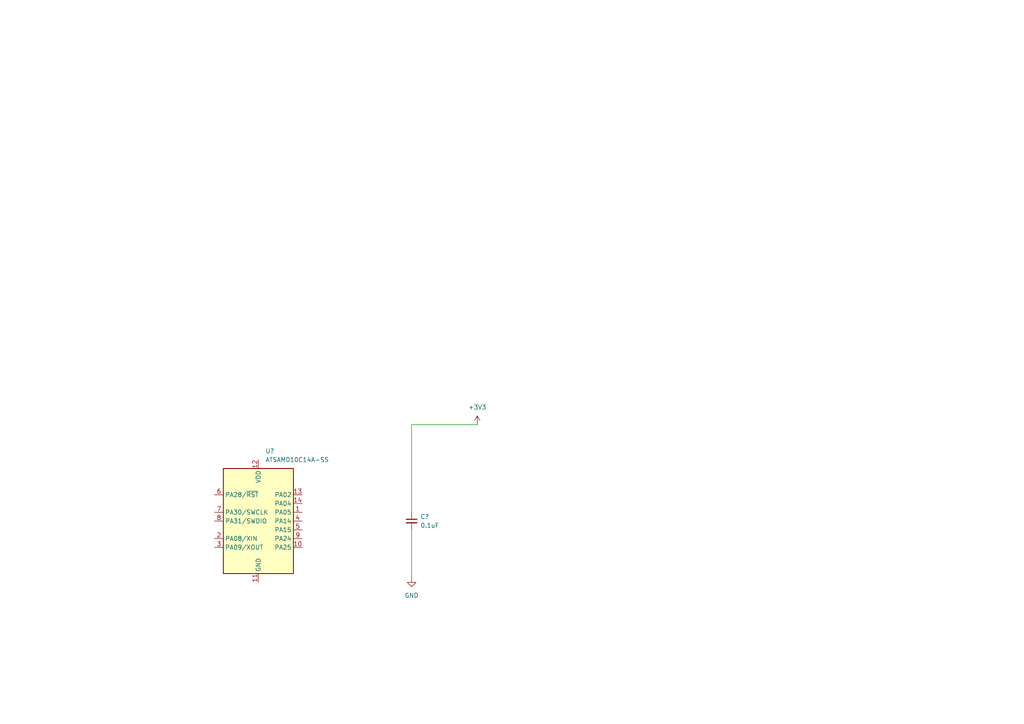
<source format=kicad_sch>
(kicad_sch (version 20211123) (generator eeschema)
  (paper "A4")
  (lib_symbols
    (symbol "Device:C_Small" (pin_numbers hide) (pin_names (offset 0.254) hide)
      (property "Reference" "C" (at 0.254 1.778 0))
      (property "Value" "C_Small" (at 0.254 -2.032 0))
      (symbol "C_Small_0_1"
        (polyline (pts (xy -1.524 -0.508) (xy 1.524 -0.508)) (stroke (width 0.3302)))
        (polyline (pts (xy -1.524 0.508) (xy 1.524 0.508)) (stroke (width 0.3048)))
      )
      (symbol "C_Small_1_1"
        (pin passive line (at 0 2.54 270) (length 2.032) (name "~") (number "1"))
        (pin passive line (at 0 -2.54 90) (length 2.032) (name "~") (number "2"))
      )
    )
    (symbol "MCU_Microchip_SAMD:ATSAMD10C14A-SS"
      (property "Reference" "U" (at -10.16 16.51 0))
      (property "Value" "ATSAMD10C14A-SS" (at 1.27 16.51 0))
      (symbol "ATSAMD10C14A-SS_0_1"
        (rectangle (start -10.16 15.24) (end 10.16 -15.24) (stroke (width 0.254)) (fill (type background)))
      )
      (symbol "ATSAMD10C14A-SS_1_1"
        (pin bidirectional line (at 12.7 2.54 180) (length 2.54) (name "PA05") (number "1"))
        (pin bidirectional line (at 12.7 -7.62 180) (length 2.54) (name "PA25") (number "10"))
        (pin power_in line (at 0 -17.78 90) (length 2.54) (name "GND") (number "11"))
        (pin power_in line (at 0 17.78 270) (length 2.54) (name "VDD") (number "12"))
        (pin bidirectional line (at 12.7 7.62 180) (length 2.54) (name "PA02") (number "13"))
        (pin bidirectional line (at 12.7 5.08 180) (length 2.54) (name "PA04") (number "14"))
        (pin bidirectional line (at -12.7 -5.08 0) (length 2.54) (name "PA08/XIN") (number "2"))
        (pin bidirectional line (at -12.7 -7.62 0) (length 2.54) (name "PA09/XOUT") (number "3"))
        (pin bidirectional line (at 12.7 0 180) (length 2.54) (name "PA14") (number "4"))
        (pin bidirectional line (at 12.7 -2.54 180) (length 2.54) (name "PA15") (number "5"))
        (pin bidirectional line (at -12.7 7.62 0) (length 2.54) (name "PA28/~{RST}") (number "6"))
        (pin bidirectional line (at -12.7 2.54 0) (length 2.54) (name "PA30/SWCLK") (number "7"))
        (pin bidirectional line (at -12.7 0 0) (length 2.54) (name "PA31/SWDIO") (number "8"))
        (pin bidirectional line (at 12.7 -5.08 180) (length 2.54) (name "PA24") (number "9"))
      )
    )
    (symbol "power:+3V3" (power) (pin_names (offset 0))
      (property "Value" "+3V3" (at 0 3.556 0))
      (symbol "+3V3_0_1"
        (polyline (pts (xy -0.762 1.27) (xy 0 2.54)))
        (polyline (pts (xy 0 0) (xy 0 2.54)))
        (polyline (pts (xy 0 2.54) (xy 0.762 1.27)))
      )
      (symbol "+3V3_1_1"
        (pin power_in line (at 0 0 90) (length 0) hide (name "+3V3") (number "1"))
      )
    )
    (symbol "power:GND" (power) (pin_names (offset 0))
      (property "Value" "GND" (at 0 -3.81 0))
      (symbol "GND_0_1"
        (polyline (pts (xy 0 0) (xy 0 -1.27) (xy 1.27 -1.27) (xy 0 -2.54) (xy -1.27 -1.27) (xy 0 -1.27)))
      )
      (symbol "GND_1_1"
        (pin power_in line (at 0 0 270) (length 0) hide (name "GND") (number "1"))
      )
    )
  )
  (wire (pts (xy 119.38 167.64) (xy 119.38 153.67)))
  (wire (pts (xy 138.43 123.19) (xy 119.38 123.19)))
  (wire (pts (xy 119.38 123.19) (xy 119.38 148.59)))
  (symbol (lib_id "Device:C_Small") (at 119.38 151.13 0) (unit 1)
    (property "Reference" "C?" (at 121.92 149.8662 0) (effects (justify left)))
    (property "Value" "0.1uF" (at 121.92 152.4062 0) (effects (justify left)))
  )
  (symbol (lib_id "power:GND") (at 119.38 167.64 0) (unit 1)
    (property "Reference" "#PWR?" (effects hide))
    (property "Value" "GND" (at 119.38 172.72 0))
  )
  (symbol (lib_id "power:+3V3") (at 138.43 123.19 0) (unit 1)
    (property "Reference" "#PWR?" (effects hide))
    (property "Value" "+3V3" (at 138.43 118.11 0))
  )
  (symbol (lib_id "MCU_Microchip_SAMD:ATSAMD10C14A-SS") (at 74.93 151.13 0) (unit 1)
    (property "Reference" "U?" (at 76.9494 130.81 0) (effects (justify left)))
    (property "Value" "ATSAMD10C14A-SS" (at 76.9494 133.35 0) (effects (justify left)))
    (property "Footprint" "Package_SO:SOIC-14_3.9x8.7mm_P1.27mm" (effects hide))
    (property "Datasheet" "http://ww1.microchip.com/downloads/en/DeviceDoc/Atmel-42242-SAM-D10_Datasheet.pdf" (effects hide))
  )
)
</source>
